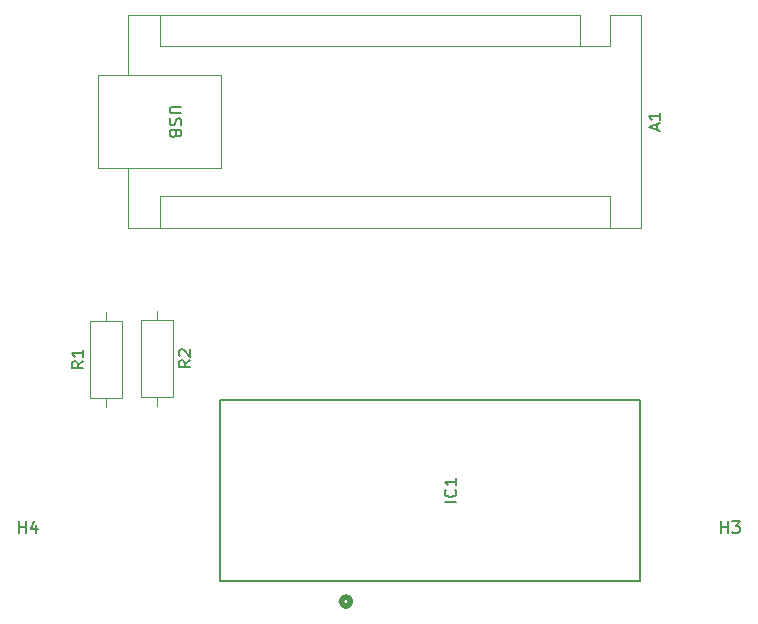
<source format=gbr>
%TF.GenerationSoftware,KiCad,Pcbnew,9.0.0*%
%TF.CreationDate,2025-07-08T22:51:07+02:00*%
%TF.ProjectId,RTC Tester,52544320-5465-4737-9465-722e6b696361,rev?*%
%TF.SameCoordinates,Original*%
%TF.FileFunction,Legend,Top*%
%TF.FilePolarity,Positive*%
%FSLAX46Y46*%
G04 Gerber Fmt 4.6, Leading zero omitted, Abs format (unit mm)*
G04 Created by KiCad (PCBNEW 9.0.0) date 2025-07-08 22:51:07*
%MOMM*%
%LPD*%
G01*
G04 APERTURE LIST*
%ADD10C,0.150000*%
%ADD11C,0.120000*%
%ADD12C,0.152400*%
%ADD13C,0.508000*%
G04 APERTURE END LIST*
D10*
X96636818Y-92952366D02*
X96160627Y-93285699D01*
X96636818Y-93523794D02*
X95636818Y-93523794D01*
X95636818Y-93523794D02*
X95636818Y-93142842D01*
X95636818Y-93142842D02*
X95684437Y-93047604D01*
X95684437Y-93047604D02*
X95732056Y-92999985D01*
X95732056Y-92999985D02*
X95827294Y-92952366D01*
X95827294Y-92952366D02*
X95970151Y-92952366D01*
X95970151Y-92952366D02*
X96065389Y-92999985D01*
X96065389Y-92999985D02*
X96113008Y-93047604D01*
X96113008Y-93047604D02*
X96160627Y-93142842D01*
X96160627Y-93142842D02*
X96160627Y-93523794D01*
X96636818Y-91999985D02*
X96636818Y-92571413D01*
X96636818Y-92285699D02*
X95636818Y-92285699D01*
X95636818Y-92285699D02*
X95779675Y-92380937D01*
X95779675Y-92380937D02*
X95874913Y-92476175D01*
X95874913Y-92476175D02*
X95922532Y-92571413D01*
X150622095Y-107506819D02*
X150622095Y-106506819D01*
X150622095Y-106983009D02*
X151193523Y-106983009D01*
X151193523Y-107506819D02*
X151193523Y-106506819D01*
X151574476Y-106506819D02*
X152193523Y-106506819D01*
X152193523Y-106506819D02*
X151860190Y-106887771D01*
X151860190Y-106887771D02*
X152003047Y-106887771D01*
X152003047Y-106887771D02*
X152098285Y-106935390D01*
X152098285Y-106935390D02*
X152145904Y-106983009D01*
X152145904Y-106983009D02*
X152193523Y-107078247D01*
X152193523Y-107078247D02*
X152193523Y-107316342D01*
X152193523Y-107316342D02*
X152145904Y-107411580D01*
X152145904Y-107411580D02*
X152098285Y-107459200D01*
X152098285Y-107459200D02*
X152003047Y-107506819D01*
X152003047Y-107506819D02*
X151717333Y-107506819D01*
X151717333Y-107506819D02*
X151622095Y-107459200D01*
X151622095Y-107459200D02*
X151574476Y-107411580D01*
X128216819Y-104862189D02*
X127216819Y-104862189D01*
X128121580Y-103814571D02*
X128169200Y-103862190D01*
X128169200Y-103862190D02*
X128216819Y-104005047D01*
X128216819Y-104005047D02*
X128216819Y-104100285D01*
X128216819Y-104100285D02*
X128169200Y-104243142D01*
X128169200Y-104243142D02*
X128073961Y-104338380D01*
X128073961Y-104338380D02*
X127978723Y-104385999D01*
X127978723Y-104385999D02*
X127788247Y-104433618D01*
X127788247Y-104433618D02*
X127645390Y-104433618D01*
X127645390Y-104433618D02*
X127454914Y-104385999D01*
X127454914Y-104385999D02*
X127359676Y-104338380D01*
X127359676Y-104338380D02*
X127264438Y-104243142D01*
X127264438Y-104243142D02*
X127216819Y-104100285D01*
X127216819Y-104100285D02*
X127216819Y-104005047D01*
X127216819Y-104005047D02*
X127264438Y-103862190D01*
X127264438Y-103862190D02*
X127312057Y-103814571D01*
X128216819Y-102862190D02*
X128216819Y-103433618D01*
X128216819Y-103147904D02*
X127216819Y-103147904D01*
X127216819Y-103147904D02*
X127359676Y-103243142D01*
X127359676Y-103243142D02*
X127454914Y-103338380D01*
X127454914Y-103338380D02*
X127502533Y-103433618D01*
X145203104Y-73358285D02*
X145203104Y-72882095D01*
X145488819Y-73453523D02*
X144488819Y-73120190D01*
X144488819Y-73120190D02*
X145488819Y-72786857D01*
X145488819Y-71929714D02*
X145488819Y-72501142D01*
X145488819Y-72215428D02*
X144488819Y-72215428D01*
X144488819Y-72215428D02*
X144631676Y-72310666D01*
X144631676Y-72310666D02*
X144726914Y-72405904D01*
X144726914Y-72405904D02*
X144774533Y-72501142D01*
X104939180Y-71382095D02*
X104129657Y-71382095D01*
X104129657Y-71382095D02*
X104034419Y-71429714D01*
X104034419Y-71429714D02*
X103986800Y-71477333D01*
X103986800Y-71477333D02*
X103939180Y-71572571D01*
X103939180Y-71572571D02*
X103939180Y-71763047D01*
X103939180Y-71763047D02*
X103986800Y-71858285D01*
X103986800Y-71858285D02*
X104034419Y-71905904D01*
X104034419Y-71905904D02*
X104129657Y-71953523D01*
X104129657Y-71953523D02*
X104939180Y-71953523D01*
X103986800Y-72382095D02*
X103939180Y-72524952D01*
X103939180Y-72524952D02*
X103939180Y-72763047D01*
X103939180Y-72763047D02*
X103986800Y-72858285D01*
X103986800Y-72858285D02*
X104034419Y-72905904D01*
X104034419Y-72905904D02*
X104129657Y-72953523D01*
X104129657Y-72953523D02*
X104224895Y-72953523D01*
X104224895Y-72953523D02*
X104320133Y-72905904D01*
X104320133Y-72905904D02*
X104367752Y-72858285D01*
X104367752Y-72858285D02*
X104415371Y-72763047D01*
X104415371Y-72763047D02*
X104462990Y-72572571D01*
X104462990Y-72572571D02*
X104510609Y-72477333D01*
X104510609Y-72477333D02*
X104558228Y-72429714D01*
X104558228Y-72429714D02*
X104653466Y-72382095D01*
X104653466Y-72382095D02*
X104748704Y-72382095D01*
X104748704Y-72382095D02*
X104843942Y-72429714D01*
X104843942Y-72429714D02*
X104891561Y-72477333D01*
X104891561Y-72477333D02*
X104939180Y-72572571D01*
X104939180Y-72572571D02*
X104939180Y-72810666D01*
X104939180Y-72810666D02*
X104891561Y-72953523D01*
X104462990Y-73715428D02*
X104415371Y-73858285D01*
X104415371Y-73858285D02*
X104367752Y-73905904D01*
X104367752Y-73905904D02*
X104272514Y-73953523D01*
X104272514Y-73953523D02*
X104129657Y-73953523D01*
X104129657Y-73953523D02*
X104034419Y-73905904D01*
X104034419Y-73905904D02*
X103986800Y-73858285D01*
X103986800Y-73858285D02*
X103939180Y-73763047D01*
X103939180Y-73763047D02*
X103939180Y-73382095D01*
X103939180Y-73382095D02*
X104939180Y-73382095D01*
X104939180Y-73382095D02*
X104939180Y-73715428D01*
X104939180Y-73715428D02*
X104891561Y-73810666D01*
X104891561Y-73810666D02*
X104843942Y-73858285D01*
X104843942Y-73858285D02*
X104748704Y-73905904D01*
X104748704Y-73905904D02*
X104653466Y-73905904D01*
X104653466Y-73905904D02*
X104558228Y-73858285D01*
X104558228Y-73858285D02*
X104510609Y-73810666D01*
X104510609Y-73810666D02*
X104462990Y-73715428D01*
X104462990Y-73715428D02*
X104462990Y-73382095D01*
X105694820Y-92876666D02*
X105218629Y-93209999D01*
X105694820Y-93448094D02*
X104694820Y-93448094D01*
X104694820Y-93448094D02*
X104694820Y-93067142D01*
X104694820Y-93067142D02*
X104742439Y-92971904D01*
X104742439Y-92971904D02*
X104790058Y-92924285D01*
X104790058Y-92924285D02*
X104885296Y-92876666D01*
X104885296Y-92876666D02*
X105028153Y-92876666D01*
X105028153Y-92876666D02*
X105123391Y-92924285D01*
X105123391Y-92924285D02*
X105171010Y-92971904D01*
X105171010Y-92971904D02*
X105218629Y-93067142D01*
X105218629Y-93067142D02*
X105218629Y-93448094D01*
X104790058Y-92495713D02*
X104742439Y-92448094D01*
X104742439Y-92448094D02*
X104694820Y-92352856D01*
X104694820Y-92352856D02*
X104694820Y-92114761D01*
X104694820Y-92114761D02*
X104742439Y-92019523D01*
X104742439Y-92019523D02*
X104790058Y-91971904D01*
X104790058Y-91971904D02*
X104885296Y-91924285D01*
X104885296Y-91924285D02*
X104980534Y-91924285D01*
X104980534Y-91924285D02*
X105123391Y-91971904D01*
X105123391Y-91971904D02*
X105694820Y-92543332D01*
X105694820Y-92543332D02*
X105694820Y-91924285D01*
X91186095Y-107506819D02*
X91186095Y-106506819D01*
X91186095Y-106983009D02*
X91757523Y-106983009D01*
X91757523Y-107506819D02*
X91757523Y-106506819D01*
X92662285Y-106840152D02*
X92662285Y-107506819D01*
X92424190Y-106459200D02*
X92186095Y-107173485D01*
X92186095Y-107173485D02*
X92805142Y-107173485D01*
D11*
%TO.C,R1*%
X97182000Y-89515700D02*
X97182000Y-96055700D01*
X97182000Y-96055700D02*
X99922000Y-96055700D01*
X98552000Y-88745700D02*
X98552000Y-89515699D01*
X98552000Y-96825700D02*
X98552000Y-96055700D01*
X99922000Y-89515700D02*
X97182000Y-89515700D01*
X99922000Y-96055700D02*
X99922000Y-89515700D01*
D12*
%TO.C,IC1*%
X108245001Y-96253300D02*
X108245001Y-111518700D01*
X108245001Y-111518700D02*
X143805001Y-111518700D01*
X143805001Y-96253300D02*
X108245001Y-96253300D01*
X143805001Y-111518700D02*
X143805001Y-96253300D01*
D13*
X119253000Y-113296700D02*
G75*
G02*
X118491000Y-113296700I-381000J0D01*
G01*
X118491000Y-113296700D02*
G75*
G02*
X119253000Y-113296700I381000J0D01*
G01*
D11*
%TO.C,A1*%
X97914000Y-68704000D02*
X108334001Y-68704000D01*
X97914000Y-76583999D02*
X97914000Y-68704000D01*
X100454000Y-81664000D02*
X100454001Y-76584000D01*
X100454000Y-81664000D02*
X143894000Y-81664000D01*
X100454001Y-63624000D02*
X100454000Y-68704000D01*
X103124000Y-66294000D02*
X103124000Y-63624000D01*
X103124000Y-78994000D02*
X103124000Y-81664000D01*
X108334000Y-76584000D02*
X97914000Y-76583999D01*
X108334001Y-68704000D02*
X108334000Y-76584000D01*
X138684000Y-63624000D02*
X100454001Y-63624000D01*
X138684000Y-66294000D02*
X103124000Y-66294000D01*
X138684000Y-66294000D02*
X138684000Y-63624000D01*
X138684000Y-66294000D02*
X141224000Y-66294000D01*
X141224000Y-66294000D02*
X141224000Y-63624000D01*
X141224000Y-78994000D02*
X103124000Y-78994000D01*
X141224000Y-78994000D02*
X141224000Y-81664000D01*
X143894000Y-63624000D02*
X141224000Y-63624000D01*
X143894000Y-81664000D02*
X143894000Y-63624000D01*
%TO.C,R2*%
X101500000Y-89440000D02*
X101500000Y-95980000D01*
X101500000Y-95980000D02*
X104240000Y-95980000D01*
X102870000Y-88670000D02*
X102870000Y-89440000D01*
X102870000Y-96750000D02*
X102870000Y-95980001D01*
X104240000Y-89440000D02*
X101500000Y-89440000D01*
X104240000Y-95980000D02*
X104240000Y-89440000D01*
%TD*%
M02*

</source>
